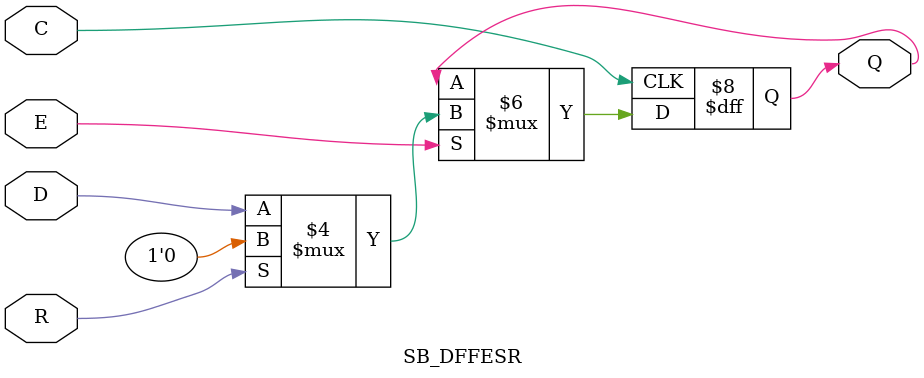
<source format=v>
module SB_DFFESR (output Q, input C, E, R, D);
	reg Q = 0;
	always @(posedge C)
		if (E) begin
			if (R)
				Q <= 0;
			else
				Q <= D;
		end
endmodule

</source>
